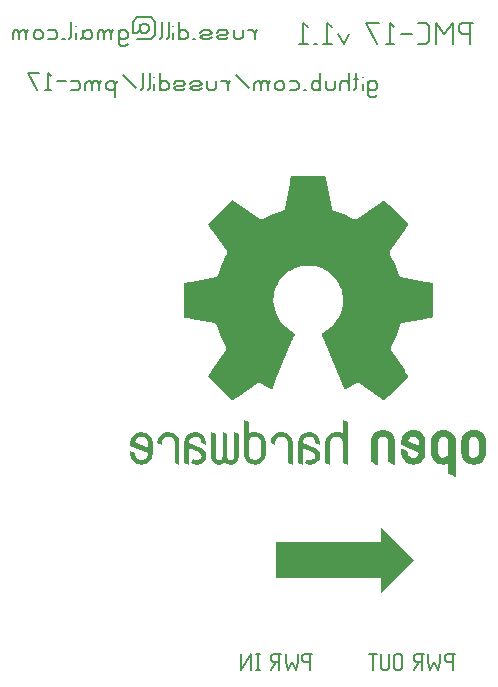
<source format=gbr>
G04 start of page 10 for group -4078 idx -4078 *
G04 Title: pmc, bottomsilk *
G04 Creator: pcb 1.99z *
G04 CreationDate: Fri 27 Sep 2013 09:22:41 AM GMT UTC *
G04 For: russ *
G04 Format: Gerber/RS-274X *
G04 PCB-Dimensions (mm): 62.00 62.00 *
G04 PCB-Coordinate-Origin: lower left *
%MOMM*%
%FSLAX43Y43*%
%LNBOTTOMSILK*%
%ADD159C,0.188*%
%ADD158C,0.150*%
%ADD157C,0.185*%
%ADD156C,0.134*%
%ADD155C,0.132*%
%ADD154C,0.002*%
G54D154*G36*
X31356Y25311D02*X31541Y25295D01*
X31709Y25245D01*
X31860Y25162D01*
X31994Y25044D01*
X32218Y24720D01*
X32293Y24380D01*
Y24159D01*
X31895Y24333D01*
Y24369D01*
X31884Y24480D01*
X31854Y24583D01*
X31806Y24675D01*
X31738Y24756D01*
X31654Y24824D01*
X31564Y24871D01*
X31468Y24899D01*
X31366Y24908D01*
X31252Y24898D01*
X31149Y24869D01*
X31057Y24821D01*
X30974Y24750D01*
X30906Y24666D01*
X30856Y24571D01*
X30827Y24467D01*
X30817Y24354D01*
X31827Y23935D01*
X32035Y23821D01*
X32184Y23674D01*
X32273Y23494D01*
X32302Y23280D01*
Y23260D01*
X32255Y23017D01*
X32109Y22804D01*
X31798Y22597D01*
X31444Y22526D01*
X31220Y22553D01*
X31016Y22631D01*
X31167Y23003D01*
X31296Y22947D01*
X31444Y22929D01*
X31567Y22939D01*
X31671Y22970D01*
X31758Y23021D01*
X31827Y23091D01*
X31874Y23177D01*
X31889Y23260D01*
X31873Y23357D01*
X31825Y23445D01*
X31745Y23522D01*
X31633Y23589D01*
X30817Y23924D01*
Y22526D01*
X30419Y22704D01*
Y24380D01*
X30486Y24738D01*
X30690Y25039D01*
X30995Y25244D01*
X31356Y25311D01*
G37*
G36*
X37659Y25474D02*X37726Y25468D01*
X38060Y25378D01*
X38344Y25175D01*
X38547Y24891D01*
X38637Y24558D01*
X38643Y24458D01*
Y22485D01*
X38527Y22532D01*
X38129Y22710D01*
X38082Y22731D01*
Y24458D01*
X38073Y24547D01*
X38029Y24665D01*
X37947Y24773D01*
X37874Y24833D01*
X37795Y24875D01*
X37710Y24900D01*
X37616Y24908D01*
X37527Y24899D01*
X37445Y24874D01*
X37369Y24832D01*
X37297Y24773D01*
X37240Y24704D01*
X37200Y24629D01*
X37176Y24544D01*
X37167Y24448D01*
Y22485D01*
X37051Y22532D01*
X36653Y22710D01*
X36606Y22731D01*
Y24458D01*
X36624Y24660D01*
X36679Y24847D01*
X36771Y25020D01*
X36900Y25175D01*
X37057Y25304D01*
X37230Y25398D01*
X37419Y25455D01*
X37622Y25474D01*
X37659D01*
G37*
G36*
X40281D02*Y25468D01*
X40302D01*
X40632Y25378D01*
X40914Y25175D01*
X41044Y25020D01*
X41140Y24847D01*
X41198Y24660D01*
X41219Y24458D01*
Y24333D01*
X40653D01*
Y24458D01*
X40643Y24547D01*
X40602Y24669D01*
X40523Y24777D01*
X40452Y24836D01*
X40377Y24877D01*
X40298Y24900D01*
X40212Y24908D01*
X40113Y24899D01*
X40024Y24874D01*
X39945Y24832D01*
X39873Y24773D01*
X39792Y24659D01*
X39752Y24526D01*
X40653Y24128D01*
Y24337D01*
X41219D01*
Y23542D01*
X41199Y23340D01*
X41140Y23153D01*
X41045Y22981D01*
X40914Y22825D01*
X40759Y22696D01*
X40587Y22602D01*
X40399Y22546D01*
X40197Y22526D01*
X39997Y22545D01*
X39812Y22600D01*
X39644Y22692D01*
X39496Y22820D01*
X39258Y23168D01*
X39176Y23542D01*
Y23888D01*
X39286Y23836D01*
X39685Y23658D01*
X39737Y23636D01*
Y23553D01*
X39747Y23457D01*
X39773Y23370D01*
X39816Y23292D01*
X39873Y23222D01*
X39981Y23140D01*
X40098Y23097D01*
X40182Y23091D01*
X40281Y23100D01*
X40370Y23125D01*
X40450Y23168D01*
X40523Y23228D01*
X40611Y23360D01*
X40648Y23516D01*
X39223Y24150D01*
X39176Y24171D01*
Y24458D01*
X39196Y24665D01*
X39254Y24855D01*
X39349Y25025D01*
X39481Y25175D01*
X39642Y25304D01*
X39815Y25397D01*
X40001Y25455D01*
X40197Y25474D01*
X40281D01*
G37*
G36*
X42767D02*X42969Y25455D01*
X43157Y25398D01*
X43329Y25304D01*
X43485Y25175D01*
X43616Y25020D01*
X43711Y24847D01*
X43769Y24660D01*
X43789Y24458D01*
Y24107D01*
X43166D01*
Y24464D01*
X43130Y24633D01*
X43029Y24777D01*
X42902Y24871D01*
X42758Y24908D01*
X42747D01*
X42659Y24895D01*
X42580Y24868D01*
X42508Y24827D01*
X42443Y24773D01*
X42386Y24704D01*
X42346Y24629D01*
X42322Y24544D01*
X42313Y24448D01*
Y23553D01*
X42322Y23457D01*
X42346Y23370D01*
X42386Y23292D01*
X42443Y23222D01*
X42577Y23129D01*
X42726Y23091D01*
X42732D01*
X42885Y23131D01*
X43024Y23228D01*
X43087Y23298D01*
X43131Y23374D01*
X43157Y23459D01*
X43166Y23553D01*
Y24111D01*
X43789D01*
Y21516D01*
X43725Y21537D01*
Y21511D01*
X43611Y21563D01*
X43212Y21735D01*
X43166Y21758D01*
Y22616D01*
X42974Y22551D01*
X42767Y22526D01*
X42700D01*
X42499Y22546D01*
X42313Y22602D01*
X42142Y22696D01*
X41987Y22825D01*
X41858Y22981D01*
X41766Y23153D01*
X41709Y23340D01*
X41690Y23542D01*
Y24458D01*
X41709Y24660D01*
X41766Y24847D01*
X41858Y25020D01*
X41987Y25175D01*
X42142Y25304D01*
X42313Y25398D01*
X42499Y25455D01*
X42700Y25474D01*
X42767D01*
G37*
G36*
X28540Y12924D02*Y15972D01*
X37430D01*
Y17242D01*
X40224Y14448D01*
X37430Y11654D01*
Y12924D01*
X28540D01*
G37*
G36*
X21723Y25311D02*X21910Y25295D01*
X22079Y25245D01*
X22232Y25162D01*
X22367Y25044D01*
X22589Y24720D01*
X22660Y24380D01*
Y24159D01*
X22262Y24333D01*
Y24369D01*
X22251Y24480D01*
X22221Y24583D01*
X22173Y24675D01*
X22105Y24756D01*
X22023Y24824D01*
X21935Y24871D01*
X21840Y24899D01*
X21739Y24908D01*
X21624Y24898D01*
X21520Y24869D01*
X21426Y24821D01*
X21342Y24750D01*
X21274Y24666D01*
X21226Y24571D01*
X21199Y24467D01*
X21190Y24354D01*
X22200Y23935D01*
X22408Y23821D01*
X22555Y23674D01*
X22642Y23494D01*
X22671Y23280D01*
Y23260D01*
X22626Y23017D01*
X22482Y22804D01*
X22171Y22597D01*
X21817Y22526D01*
X21592Y22553D01*
X21389Y22631D01*
X21540Y23003D01*
X21670Y22947D01*
X21817Y22929D01*
X21940Y22939D01*
X22044Y22970D01*
X22131Y23021D01*
X22200Y23091D01*
X22247Y23177D01*
X22262Y23260D01*
X22246Y23357D01*
X22198Y23445D01*
X22118Y23522D01*
X22006Y23589D01*
X21190Y23924D01*
Y22526D01*
X20792Y22704D01*
Y24380D01*
X20859Y24738D01*
X21063Y25039D01*
X21365Y25244D01*
X21723Y25311D01*
G37*
G36*
X24995D02*X25393Y25140D01*
Y23207D01*
X25343Y22941D01*
X25199Y22720D01*
X24984Y22575D01*
X24713Y22526D01*
X24454Y22575D01*
X24235Y22720D01*
X24024Y22575D01*
X23760Y22526D01*
X23499Y22576D01*
X23278Y22725D01*
X23129Y22944D01*
X23079Y23202D01*
Y25311D01*
X23478Y25140D01*
X23482Y23217D01*
X23500Y23101D01*
X23560Y23003D01*
X23652Y22940D01*
X23760Y22919D01*
X23867Y22940D01*
X23958Y23003D01*
X24021Y23101D01*
X24043Y23217D01*
X24037Y25311D01*
X24435Y25140D01*
X24441Y23217D01*
Y23213D01*
X24459Y23100D01*
X24520Y23003D01*
X24610Y22940D01*
X24718Y22919D01*
X24825Y22940D01*
X24916Y23003D01*
X24976Y23101D01*
X24995Y23217D01*
Y25311D01*
G37*
G36*
X29036D02*X29395Y25244D01*
X29697Y25039D01*
X29904Y24738D01*
X29974Y24380D01*
Y22526D01*
X29576Y22704D01*
Y24380D01*
X29565Y24486D01*
X29535Y24584D01*
X29484Y24674D01*
X29414Y24756D01*
X29331Y24824D01*
X29240Y24871D01*
X29140Y24899D01*
X29031Y24908D01*
X28927Y24899D01*
X28829Y24871D01*
X28738Y24824D01*
X28655Y24756D01*
X28587Y24675D01*
X28539Y24583D01*
X28509Y24480D01*
X28498Y24369D01*
Y24191D01*
X28100Y24369D01*
Y24380D01*
X28167Y24733D01*
X28372Y25039D01*
X28514Y25159D01*
X28672Y25244D01*
X28847Y25294D01*
X29036Y25311D01*
G37*
G36*
X19451D02*X19810Y25244D01*
X20111Y25039D01*
X20318Y24738D01*
X20388Y24380D01*
Y22526D01*
X19991Y22704D01*
Y24380D01*
X19981Y24486D01*
X19950Y24583D01*
X19899Y24674D01*
X19829Y24756D01*
X19745Y24824D01*
X19654Y24871D01*
X19555Y24899D01*
X19447Y24908D01*
X19342Y24899D01*
X19244Y24871D01*
X19153Y24824D01*
X19070Y24756D01*
X19002Y24675D01*
X18951Y24583D01*
X18920Y24480D01*
X18907Y24369D01*
Y24191D01*
X18510Y24369D01*
Y24380D01*
X18579Y24733D01*
X18787Y25039D01*
X18929Y25159D01*
X19087Y25244D01*
X19262Y25294D01*
X19451Y25311D01*
G37*
G36*
X17174D02*X17533Y25244D01*
X17835Y25039D01*
X18041Y24738D01*
X18112Y24380D01*
Y24238D01*
X17713D01*
Y24380D01*
X17704Y24486D01*
X17674Y24583D01*
X17625Y24674D01*
X17556Y24756D01*
X17474Y24824D01*
X17386Y24871D01*
X17291Y24899D01*
X17189Y24908D01*
X17076Y24899D01*
X16972Y24871D01*
X16877Y24824D01*
X16793Y24756D01*
X16681Y24598D01*
X16636Y24406D01*
X17713Y23924D01*
Y24242D01*
X18112D01*
Y23464D01*
X18094Y23277D01*
X18041Y23105D01*
X17955Y22948D01*
X17835Y22804D01*
X17691Y22683D01*
X17533Y22597D01*
X17361Y22544D01*
X17174Y22526D01*
X16988Y22544D01*
X16819Y22596D01*
X16666Y22681D01*
X16531Y22799D01*
X16309Y23124D01*
X16237Y23464D01*
Y23678D01*
X16636Y23505D01*
Y23469D01*
X16647Y23358D01*
X16677Y23258D01*
X16725Y23167D01*
X16793Y23086D01*
X16875Y23018D01*
X16963Y22969D01*
X17058Y22939D01*
X17159Y22929D01*
X17274Y22939D01*
X17379Y22970D01*
X17473Y23021D01*
X17556Y23091D01*
X17625Y23177D01*
X17674Y23272D01*
X17704Y23376D01*
X17713Y23490D01*
X16237Y24144D01*
Y24380D01*
X16254Y24572D01*
X16304Y24745D01*
X16389Y24901D01*
X16509Y25039D01*
X16821Y25244D01*
X17174Y25311D01*
G37*
G36*
X45343Y25474D02*X45545Y25455D01*
X45733Y25398D01*
X45905Y25304D01*
X46061Y25175D01*
X46190Y25020D01*
X46285Y24847D01*
X46344Y24660D01*
X46364Y24458D01*
Y24107D01*
X45741D01*
Y24464D01*
X45732Y24552D01*
X45706Y24633D01*
X45664Y24707D01*
X45605Y24777D01*
X45477Y24871D01*
X45333Y24908D01*
X45322D01*
X45155Y24868D01*
X45019Y24773D01*
X44962Y24704D01*
X44922Y24629D01*
X44898Y24544D01*
X44888Y24448D01*
Y23553D01*
X44898Y23457D01*
X44922Y23370D01*
X44962Y23292D01*
X45019Y23222D01*
X45152Y23128D01*
X45302Y23091D01*
X45458Y23132D01*
X45599Y23228D01*
X45662Y23298D01*
X45706Y23374D01*
X45733Y23459D01*
X45741Y23553D01*
Y24111D01*
X46364D01*
Y23542D01*
X46344Y23340D01*
X46286Y23153D01*
X46191Y22981D01*
X46061Y22825D01*
X45905Y22696D01*
X45733Y22602D01*
X45545Y22546D01*
X45343Y22526D01*
X45281D01*
X45080Y22546D01*
X44892Y22603D01*
X44720Y22697D01*
X44563Y22825D01*
X44434Y22981D01*
X44341Y23153D01*
X44284Y23340D01*
X44265Y23542D01*
Y24458D01*
X44284Y24660D01*
X44340Y24847D01*
X44434Y25020D01*
X44563Y25175D01*
X44719Y25304D01*
X44892Y25398D01*
X45079Y25455D01*
X45281Y25474D01*
X45343D01*
G37*
G36*
X25838Y26286D02*X26237Y26112D01*
Y25143D01*
X26491Y25270D01*
X26781Y25311D01*
X27138Y25244D01*
X27439Y25039D01*
X27645Y24738D01*
X27712Y24380D01*
Y23741D01*
X27314D01*
Y24386D01*
X27304Y24489D01*
X27274Y24586D01*
X27225Y24675D01*
X27157Y24756D01*
X27075Y24824D01*
X26987Y24871D01*
X26892Y24899D01*
X26790Y24908D01*
X26677Y24899D01*
X26572Y24871D01*
X26478Y24824D01*
X26394Y24756D01*
X26326Y24675D01*
X26277Y24583D01*
X26248Y24480D01*
X26237Y24369D01*
Y23469D01*
X26248Y23358D01*
X26277Y23258D01*
X26326Y23167D01*
X26394Y23086D01*
X26477Y23018D01*
X26567Y22969D01*
X26663Y22939D01*
X26764Y22929D01*
X26869Y22939D01*
X26968Y22969D01*
X27060Y23018D01*
X27147Y23086D01*
X27220Y23168D01*
X27272Y23259D01*
X27304Y23359D01*
X27314Y23469D01*
Y23745D01*
X27712D01*
Y23464D01*
X27645Y23105D01*
X27439Y22804D01*
X27138Y22597D01*
X26781Y22526D01*
X26593Y22544D01*
X26418Y22597D01*
X26256Y22683D01*
X26110Y22804D01*
X25990Y22948D01*
X25905Y23105D01*
X25855Y23277D01*
X25838Y23464D01*
Y26286D01*
G37*
G36*
X34219D02*X34618Y26112D01*
Y22526D01*
X34219Y22704D01*
Y24386D01*
X34209Y24489D01*
X34179Y24586D01*
X34130Y24675D01*
X34062Y24756D01*
X33979Y24824D01*
X33885Y24871D01*
X33782Y24899D01*
X33670Y24908D01*
X33565Y24899D01*
X33469Y24871D01*
X33380Y24824D01*
X33298Y24756D01*
X33230Y24675D01*
X33182Y24583D01*
X33152Y24480D01*
X33140Y24369D01*
Y22526D01*
X32744Y22704D01*
Y24380D01*
X32811Y24738D01*
X33015Y25039D01*
X33320Y25244D01*
X33681Y25311D01*
X33967Y25269D01*
X34219Y25143D01*
Y26286D01*
G37*
G36*
X32633Y47004D02*X32680Y46996D01*
X32720Y46971D01*
X32752Y46935D01*
X32770Y46890D01*
X32816Y46644D01*
X32840Y46528D01*
X32864Y46413D01*
X33271Y44210D01*
X33288Y44162D01*
X33319Y44118D01*
X33358Y44081D01*
X33402Y44057D01*
X33512Y44010D01*
X34330Y43728D01*
X35104Y43361D01*
X35110Y43356D01*
X35203Y43320D01*
X35252Y43305D01*
X35305Y43303D01*
X35357Y43313D01*
X35402Y43335D01*
X37244Y44597D01*
X37342Y44664D01*
X37439Y44732D01*
X37648Y44874D01*
X37691Y44893D01*
X37737Y44897D01*
X37782Y44885D01*
X37820Y44859D01*
X38166Y44513D01*
X38684Y44001D01*
X38853Y43832D01*
X39365Y43314D01*
X39711Y42968D01*
X39738Y42929D01*
X39752Y42882D01*
X39750Y42834D01*
X39732Y42791D01*
X39586Y42587D01*
X39517Y42487D01*
X39449Y42388D01*
X38219Y40587D01*
X38197Y40541D01*
X38186Y40489D01*
X38188Y40435D01*
X38203Y40387D01*
X38245Y40288D01*
X38647Y39480D01*
X38957Y38623D01*
X38999Y38535D01*
X39023Y38490D01*
X39061Y38449D01*
X39107Y38417D01*
X39156Y38399D01*
X41266Y38011D01*
X41380Y37987D01*
X41496Y37965D01*
X41746Y37916D01*
X41790Y37899D01*
X41825Y37869D01*
X41848Y37828D01*
X41856Y37782D01*
Y35111D01*
X41848Y35064D01*
X41825Y35021D01*
X41790Y34988D01*
X41746Y34970D01*
X41496Y34928D01*
X41380Y34907D01*
X41266Y34886D01*
X39214Y34499D01*
X39166Y34482D01*
X39123Y34452D01*
X39088Y34412D01*
X39066Y34368D01*
X39041Y34299D01*
X38727Y33353D01*
X38302Y32462D01*
X38276Y32395D01*
X38262Y32347D01*
X38260Y32293D01*
X38270Y32241D01*
X38292Y32195D01*
X39455Y30500D01*
X39520Y30405D01*
X39586Y30311D01*
X39732Y30102D01*
X39750Y30058D01*
X39752Y30010D01*
X39738Y29963D01*
X39711Y29924D01*
X39533Y29741D01*
X38853Y29060D01*
X38684Y28897D01*
X38166Y28379D01*
X37999Y28211D01*
X37820Y28033D01*
X37782Y28006D01*
X37737Y27995D01*
X37691Y27999D01*
X37648Y28018D01*
X37439Y28158D01*
X37342Y28224D01*
X37246Y28289D01*
X35591Y29426D01*
X35545Y29448D01*
X35492Y29457D01*
X35439Y29453D01*
X35392Y29436D01*
X35046Y29243D01*
X34944Y29187D01*
X34842Y29133D01*
X34481Y28950D01*
X34437Y28937D01*
X34395Y28942D01*
X34359Y28965D01*
X34334Y29002D01*
X34182Y29374D01*
X34138Y29481D01*
X34094Y29589D01*
X32654Y33064D01*
X32609Y33172D01*
X32564Y33279D01*
X32465Y33524D01*
X32455Y33571D01*
X32462Y33618D01*
X32483Y33660D01*
X32518Y33693D01*
X32748Y33833D01*
X32818Y33883D01*
X32890Y33944D01*
X33183Y34158D01*
X33448Y34407D01*
X33680Y34685D01*
X33878Y34992D01*
X34036Y35323D01*
X34154Y35675D01*
X34226Y36045D01*
X34251Y36431D01*
X34236Y36733D01*
X34191Y37026D01*
X34118Y37309D01*
X34019Y37580D01*
X33895Y37838D01*
X33747Y38081D01*
X33577Y38308D01*
X33386Y38518D01*
X33176Y38709D01*
X32949Y38879D01*
X32706Y39027D01*
X32447Y39151D01*
X32176Y39250D01*
X31893Y39323D01*
X31600Y39368D01*
X31298Y39383D01*
X30996Y39368D01*
X30703Y39323D01*
X30420Y39250D01*
X30149Y39151D01*
X29891Y39027D01*
X29648Y38879D01*
X29420Y38709D01*
X29211Y38518D01*
X29020Y38308D01*
X28850Y38081D01*
X28702Y37838D01*
X28578Y37580D01*
X28479Y37309D01*
X28406Y37026D01*
X28361Y36733D01*
X28346Y36431D01*
X28371Y36045D01*
X28444Y35675D01*
X28561Y35323D01*
X28720Y34992D01*
X28916Y34685D01*
X29148Y34407D01*
X29413Y34158D01*
X29706Y33944D01*
X29781Y33883D01*
X29854Y33833D01*
X30079Y33693D01*
X30114Y33660D01*
X30137Y33618D01*
X30146Y33571D01*
X30136Y33524D01*
X30032Y33279D01*
X29987Y33172D01*
X29942Y33064D01*
X28507Y29589D01*
X28464Y29481D01*
X28419Y29374D01*
X28268Y29002D01*
X28242Y28965D01*
X28204Y28942D01*
X28159Y28937D01*
X28115Y28950D01*
X27759Y29133D01*
X27654Y29187D01*
X27550Y29243D01*
X27210Y29436D01*
X27163Y29453D01*
X27109Y29457D01*
X27056Y29448D01*
X27011Y29426D01*
X25352Y28289D01*
X25257Y28224D01*
X25163Y28158D01*
X24954Y28018D01*
X24910Y27999D01*
X24862Y27995D01*
X24815Y28006D01*
X24776Y28033D01*
X23749Y29060D01*
X23231Y29572D01*
X23064Y29741D01*
X22885Y29924D01*
X22858Y29963D01*
X22847Y30010D01*
X22851Y30058D01*
X22870Y30102D01*
X23012Y30311D01*
X23077Y30405D01*
X23143Y30500D01*
X24310Y32195D01*
X24331Y32241D01*
X24339Y32293D01*
X24335Y32347D01*
X24320Y32395D01*
X24304Y32441D01*
X24299Y32452D01*
X23874Y33342D01*
X23560Y34289D01*
X23556Y34299D01*
X23530Y34368D01*
X23508Y34412D01*
X23473Y34452D01*
X23430Y34482D01*
X23382Y34499D01*
X21331Y34886D01*
X21216Y34907D01*
X21100Y34928D01*
X20850Y34970D01*
X20806Y34988D01*
X20771Y35021D01*
X20748Y35064D01*
X20740Y35111D01*
Y37782D01*
X20748Y37828D01*
X20771Y37869D01*
X20806Y37899D01*
X20850Y37916D01*
X21100Y37965D01*
X21216Y37987D01*
X21331Y38011D01*
X23446Y38399D01*
X23494Y38417D01*
X23538Y38449D01*
X23574Y38490D01*
X23597Y38535D01*
X23639Y38623D01*
X23950Y39480D01*
X24351Y40288D01*
X24393Y40387D01*
X24409Y40435D01*
X24413Y40489D01*
X24404Y40541D01*
X24383Y40587D01*
X23147Y42388D01*
X23079Y42487D01*
X23012Y42587D01*
X22870Y42791D01*
X22851Y42834D01*
X22847Y42882D01*
X22858Y42929D01*
X22885Y42968D01*
X23064Y43146D01*
X23231Y43314D01*
X23749Y43832D01*
X23912Y44001D01*
X24430Y44513D01*
X24598Y44680D01*
X24776Y44859D01*
X24815Y44885D01*
X24862Y44897D01*
X24910Y44893D01*
X24954Y44874D01*
X25163Y44732D01*
X25257Y44664D01*
X25352Y44597D01*
X27194Y43335D01*
X27240Y43313D01*
X27294Y43303D01*
X27349Y43305D01*
X27398Y43320D01*
X27488Y43356D01*
X27492Y43361D01*
X28266Y43728D01*
X29084Y44010D01*
X29194Y44057D01*
X29239Y44081D01*
X29280Y44118D01*
X29312Y44162D01*
X29330Y44210D01*
X29738Y46413D01*
X29759Y46528D01*
X29780Y46644D01*
X29828Y46890D01*
X29845Y46934D01*
X29875Y46971D01*
X29916Y46995D01*
X29963Y47004D01*
X32633D01*
G37*
G54D155*X31468Y5164D02*Y6495D01*
X30969D02*X31634D01*
X30969D02*X30802Y6329D01*
Y5996D02*Y6329D01*
X30969Y5830D02*X30802Y5996D01*
X30969Y5830D02*X31468D01*
X30403D02*Y6495D01*
Y5830D02*X30236Y5164D01*
X29904Y5830D01*
X29571Y5164D01*
X29405Y5830D01*
Y6495D01*
X28340D02*X29005D01*
X28340D02*X28174Y6329D01*
Y5996D02*Y6329D01*
X28340Y5830D02*X28174Y5996D01*
X28340Y5830D02*X28839D01*
Y5164D02*Y6495D01*
X28573Y5830D02*X28174Y5164D01*
X26843Y6495D02*X27175D01*
X27009Y5164D02*Y6495D01*
X26843Y5164D02*X27175D01*
X26443D02*Y6495D01*
X25611Y5164D01*
Y6495D01*
G54D156*X43550Y5152D02*Y6493D01*
X43047D02*X43718D01*
X43047D02*X42880Y6325D01*
Y5990D02*Y6325D01*
X43047Y5822D02*X42880Y5990D01*
X43047Y5822D02*X43550D01*
X42477D02*Y6493D01*
Y5822D02*X42310Y5152D01*
X41975Y5822D01*
X41639Y5152D01*
X41472Y5822D01*
Y6493D01*
X40399D02*X41069D01*
X40399D02*X40231Y6325D01*
Y5990D02*Y6325D01*
X40399Y5822D02*X40231Y5990D01*
X40399Y5822D02*X40902D01*
Y5152D02*Y6493D01*
X40633Y5822D02*X40231Y5152D01*
X39225Y5319D02*Y6325D01*
X39058Y6493D01*
X38722D02*X39058D01*
X38722D02*X38555Y6325D01*
Y5319D02*Y6325D01*
X38722Y5152D02*X38555Y5319D01*
X38722Y5152D02*X39058D01*
X39225Y5319D02*X39058Y5152D01*
X38152Y5319D02*Y6493D01*
Y5319D02*X37985Y5152D01*
X37649D02*X37985D01*
X37649D02*X37482Y5319D01*
Y6493D01*
X36409D02*X37079D01*
X36744Y5152D02*Y6493D01*
G54D157*X44994Y58098D02*Y59957D01*
X44296D02*X45226D01*
X44296D02*X44064Y59725D01*
Y59260D02*Y59725D01*
X44296Y59028D02*X44064Y59260D01*
X44296Y59028D02*X44994D01*
X43506Y58098D02*Y59957D01*
X42809Y59028D01*
X42112Y59957D01*
Y58098D02*Y59957D01*
X40624Y58098D02*X41229D01*
X41554Y58423D02*X41229Y58098D01*
X41554Y58423D02*Y59632D01*
X41229Y59957D01*
X40624D02*X41229D01*
X39137Y59028D02*X40066D01*
X38579Y59585D02*X38207Y59957D01*
Y58098D02*Y59957D01*
X37882Y58098D02*X38579D01*
X37092D02*X36162Y59957D01*
X37324D01*
X34768Y59028D02*X34303Y58098D01*
X33838Y59028D02*X34303Y58098D01*
X33280Y59585D02*X32908Y59957D01*
Y58098D02*Y59957D01*
X32583Y58098D02*X33280D01*
X31793D02*X32025D01*
X31235Y59585D02*X30863Y59957D01*
Y58098D02*Y59957D01*
X30538Y58098D02*X31235D01*
G54D158*X26749Y58530D02*Y59097D01*
X26560Y59287D01*
X26181D02*X26560D01*
X26938D02*X26749Y59097D01*
X25727Y58719D02*Y59287D01*
Y58719D02*X25538Y58530D01*
X25159D02*X25538D01*
X25159D02*X24970Y58719D01*
Y59287D01*
X23759Y58530D02*X24327D01*
X23759D02*X23570Y58719D01*
X23759Y58908D02*X23570Y58719D01*
X23759Y58908D02*X24327D01*
X24516Y59097D02*X24327Y58908D01*
X24516Y59097D02*X24327Y59287D01*
X23759D02*X24327D01*
X23759D02*X23570Y59097D01*
X24516Y58719D02*X24327Y58530D01*
X22359D02*X22926D01*
X22359D02*X22169Y58719D01*
X22359Y58908D02*X22169Y58719D01*
X22359Y58908D02*X22926D01*
X23116Y59097D02*X22926Y58908D01*
X23116Y59097D02*X22926Y59287D01*
X22359D02*X22926D01*
X22359D02*X22169Y59097D01*
X23116Y58719D02*X22926Y58530D01*
X21526D02*X21715D01*
X20315D02*Y60044D01*
X20504Y58530D02*X20315Y58719D01*
X20504Y58530D02*X20883D01*
X21072Y58719D02*X20883Y58530D01*
X21072Y58719D02*Y59097D01*
X20883Y59287D01*
X20504D02*X20883D01*
X20504D02*X20315Y59097D01*
G54D159*X19861Y59627D02*Y59665D01*
G54D158*Y58530D02*Y59097D01*
X19482Y58719D02*Y60044D01*
Y58719D02*X19293Y58530D01*
X18915Y58719D02*Y60044D01*
Y58719D02*X18725Y58530D01*
X18347Y58908D02*Y60044D01*
Y58908D02*X17968Y58530D01*
X16833D02*X17968D01*
X16455Y59097D02*Y60044D01*
X16833Y60422D01*
X17968D01*
X18347Y60044D01*
X17779Y59287D02*Y59665D01*
Y59287D02*X17590Y59097D01*
X17212D02*X17590D01*
X17212D02*X17022Y59287D01*
X16833Y59097D01*
X17022Y59287D02*Y59854D01*
Y59665D02*X17212Y59854D01*
X17590D01*
X17779Y59665D01*
X16455Y59097D02*X16833D01*
X15433Y59287D02*X15244Y59097D01*
X15433Y59287D02*X15811D01*
X16000Y59097D02*X15811Y59287D01*
X16000Y58719D02*Y59097D01*
Y58719D02*X15811Y58530D01*
X15433D02*X15811D01*
X15433D02*X15244Y58719D01*
X16000Y58151D02*X15811Y57962D01*
X15433D02*X15811D01*
X15433D02*X15244Y58151D01*
Y59287D01*
X14600Y58530D02*Y59097D01*
X14411Y59287D01*
X14222D02*X14411D01*
X14222D02*X14032Y59097D01*
Y58530D02*Y59097D01*
X13843Y59287D01*
X13654D02*X13843D01*
X13654D02*X13465Y59097D01*
Y58530D02*Y59097D01*
X14789Y59287D02*X14600Y59097D01*
X12443Y59287D02*X12254Y59097D01*
X12443Y59287D02*X12821D01*
X13011Y59097D02*X12821Y59287D01*
X13011Y58719D02*Y59097D01*
Y58719D02*X12821Y58530D01*
X12254Y58719D02*Y59287D01*
Y58719D02*X12065Y58530D01*
X12443D02*X12821D01*
X12443D02*X12254Y58719D01*
G54D159*X11610Y59627D02*Y59665D01*
G54D158*Y58530D02*Y59097D01*
X11232Y58719D02*Y60044D01*
Y58719D02*X11043Y58530D01*
X10475D02*X10664D01*
X9264Y59287D02*X9832D01*
X10021Y59097D02*X9832Y59287D01*
X10021Y58719D02*Y59097D01*
Y58719D02*X9832Y58530D01*
X9264D02*X9832D01*
X8810Y58719D02*Y59097D01*
X8621Y59287D01*
X8242D02*X8621D01*
X8242D02*X8053Y59097D01*
Y58719D02*Y59097D01*
X8242Y58530D02*X8053Y58719D01*
X8242Y58530D02*X8621D01*
X8810Y58719D02*X8621Y58530D01*
X7409D02*Y59097D01*
X7220Y59287D01*
X7031D02*X7220D01*
X7031D02*X6842Y59097D01*
Y58530D02*Y59097D01*
X6653Y59287D01*
X6463D02*X6653D01*
X6463D02*X6274Y59097D01*
Y58530D02*Y59097D01*
X7599Y59287D02*X7409Y59097D01*
X36530Y54969D02*X36341Y54779D01*
X36530Y54969D02*X36909D01*
X37098Y54779D02*X36909Y54969D01*
X37098Y54401D02*Y54779D01*
Y54401D02*X36909Y54212D01*
X36530D02*X36909D01*
X36530D02*X36341Y54401D01*
X37098Y53833D02*X36909Y53644D01*
X36530D02*X36909D01*
X36530D02*X36341Y53833D01*
Y54969D01*
G54D159*X35887Y55309D02*Y55347D01*
G54D158*Y54212D02*Y54779D01*
X35319Y54401D02*Y55726D01*
Y54401D02*X35130Y54212D01*
Y55158D02*X35508D01*
X34752Y54212D02*Y55726D01*
Y54779D02*X34562Y54969D01*
X34184D02*X34562D01*
X34184D02*X33995Y54779D01*
Y54212D02*Y54779D01*
X33540Y54401D02*Y54969D01*
Y54401D02*X33351Y54212D01*
X32973D02*X33351D01*
X32973D02*X32784Y54401D01*
Y54969D01*
X32329Y54212D02*Y55726D01*
Y54401D02*X32140Y54212D01*
X31762D02*X32140D01*
X31762D02*X31572Y54401D01*
Y54779D01*
X31762Y54969D02*X31572Y54779D01*
X31762Y54969D02*X32140D01*
X32329Y54779D02*X32140Y54969D01*
X30929Y54212D02*X31118D01*
X29718Y54969D02*X30286D01*
X30475Y54779D02*X30286Y54969D01*
X30475Y54401D02*Y54779D01*
Y54401D02*X30286Y54212D01*
X29718D02*X30286D01*
X29264Y54401D02*Y54779D01*
X29075Y54969D01*
X28696D02*X29075D01*
X28696D02*X28507Y54779D01*
Y54401D02*Y54779D01*
X28696Y54212D02*X28507Y54401D01*
X28696Y54212D02*X29075D01*
X29264Y54401D02*X29075Y54212D01*
X27864D02*Y54779D01*
X27674Y54969D01*
X27485D02*X27674D01*
X27485D02*X27296Y54779D01*
Y54212D02*Y54779D01*
X27107Y54969D01*
X26917D02*X27107D01*
X26917D02*X26728Y54779D01*
Y54212D02*Y54779D01*
X28053Y54969D02*X27864Y54779D01*
X26274Y54401D02*X25139Y55536D01*
X24495Y54212D02*Y54779D01*
X24306Y54969D01*
X23928D02*X24306D01*
X24684D02*X24495Y54779D01*
X23473Y54401D02*Y54969D01*
Y54401D02*X23284Y54212D01*
X22906D02*X23284D01*
X22906D02*X22717Y54401D01*
Y54969D01*
X21505Y54212D02*X22073D01*
X21505D02*X21316Y54401D01*
X21505Y54590D02*X21316Y54401D01*
X21505Y54590D02*X22073D01*
X22262Y54779D02*X22073Y54590D01*
X22262Y54779D02*X22073Y54969D01*
X21505D02*X22073D01*
X21505D02*X21316Y54779D01*
X22262Y54401D02*X22073Y54212D01*
X20105D02*X20673D01*
X20105D02*X19916Y54401D01*
X20105Y54590D02*X19916Y54401D01*
X20105Y54590D02*X20673D01*
X20862Y54779D02*X20673Y54590D01*
X20862Y54779D02*X20673Y54969D01*
X20105D02*X20673D01*
X20105D02*X19916Y54779D01*
X20862Y54401D02*X20673Y54212D01*
X18705D02*Y55726D01*
X18894Y54212D02*X18705Y54401D01*
X18894Y54212D02*X19273D01*
X19462Y54401D02*X19273Y54212D01*
X19462Y54401D02*Y54779D01*
X19273Y54969D01*
X18894D02*X19273D01*
X18894D02*X18705Y54779D01*
G54D159*X18251Y55309D02*Y55347D01*
G54D158*Y54212D02*Y54779D01*
X17872Y54401D02*Y55726D01*
Y54401D02*X17683Y54212D01*
X17305Y54401D02*Y55726D01*
Y54401D02*X17115Y54212D01*
X16737Y54401D02*X15601Y55536D01*
X14958Y53644D02*Y54779D01*
X15147Y54969D02*X14958Y54779D01*
X14769Y54969D01*
X14390D02*X14769D01*
X14390D02*X14201Y54779D01*
Y54401D02*Y54779D01*
X14390Y54212D02*X14201Y54401D01*
X14390Y54212D02*X14769D01*
X14958Y54401D02*X14769Y54212D01*
X13558D02*Y54779D01*
X13369Y54969D01*
X13179D02*X13369D01*
X13179D02*X12990Y54779D01*
Y54212D02*Y54779D01*
X12801Y54969D01*
X12612D02*X12801D01*
X12612D02*X12422Y54779D01*
Y54212D02*Y54779D01*
X13747Y54969D02*X13558Y54779D01*
X11211Y54969D02*X11779D01*
X11968Y54779D02*X11779Y54969D01*
X11968Y54401D02*Y54779D01*
Y54401D02*X11779Y54212D01*
X11211D02*X11779D01*
X10000Y54969D02*X10757D01*
X9546Y55423D02*X9243Y55726D01*
Y54212D02*Y55726D01*
X8978Y54212D02*X9546D01*
X8335D02*X7578Y55726D01*
X8524D01*
M02*

</source>
